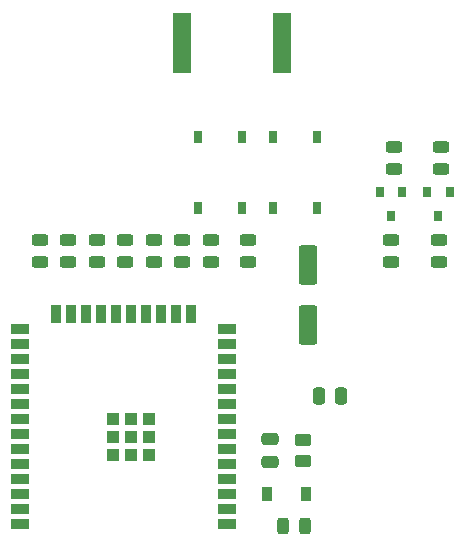
<source format=gtp>
G04 #@! TF.GenerationSoftware,KiCad,Pcbnew,(6.0.1-0)*
G04 #@! TF.CreationDate,2022-02-11T21:02:12+01:00*
G04 #@! TF.ProjectId,ithowifi_4l,6974686f-7769-4666-995f-346c2e6b6963,rev?*
G04 #@! TF.SameCoordinates,Original*
G04 #@! TF.FileFunction,Paste,Top*
G04 #@! TF.FilePolarity,Positive*
%FSLAX46Y46*%
G04 Gerber Fmt 4.6, Leading zero omitted, Abs format (unit mm)*
G04 Created by KiCad (PCBNEW (6.0.1-0)) date 2022-02-11 21:02:12*
%MOMM*%
%LPD*%
G01*
G04 APERTURE LIST*
G04 Aperture macros list*
%AMRoundRect*
0 Rectangle with rounded corners*
0 $1 Rounding radius*
0 $2 $3 $4 $5 $6 $7 $8 $9 X,Y pos of 4 corners*
0 Add a 4 corners polygon primitive as box body*
4,1,4,$2,$3,$4,$5,$6,$7,$8,$9,$2,$3,0*
0 Add four circle primitives for the rounded corners*
1,1,$1+$1,$2,$3*
1,1,$1+$1,$4,$5*
1,1,$1+$1,$6,$7*
1,1,$1+$1,$8,$9*
0 Add four rect primitives between the rounded corners*
20,1,$1+$1,$2,$3,$4,$5,0*
20,1,$1+$1,$4,$5,$6,$7,0*
20,1,$1+$1,$6,$7,$8,$9,0*
20,1,$1+$1,$8,$9,$2,$3,0*%
G04 Aperture macros list end*
%ADD10R,0.800000X0.900000*%
%ADD11RoundRect,0.243750X-0.456250X0.243750X-0.456250X-0.243750X0.456250X-0.243750X0.456250X0.243750X0*%
%ADD12R,1.500000X0.900000*%
%ADD13R,0.900000X1.500000*%
%ADD14R,1.050000X1.050000*%
%ADD15RoundRect,0.243750X0.456250X-0.243750X0.456250X0.243750X-0.456250X0.243750X-0.456250X-0.243750X0*%
%ADD16R,0.750000X1.000000*%
%ADD17RoundRect,0.250000X0.250000X0.475000X-0.250000X0.475000X-0.250000X-0.475000X0.250000X-0.475000X0*%
%ADD18RoundRect,0.250000X0.550000X-1.412500X0.550000X1.412500X-0.550000X1.412500X-0.550000X-1.412500X0*%
%ADD19RoundRect,0.243750X-0.243750X-0.456250X0.243750X-0.456250X0.243750X0.456250X-0.243750X0.456250X0*%
%ADD20RoundRect,0.250000X0.475000X-0.250000X0.475000X0.250000X-0.475000X0.250000X-0.475000X-0.250000X0*%
%ADD21R,0.900000X1.200000*%
%ADD22RoundRect,0.249998X0.450002X-0.262502X0.450002X0.262502X-0.450002X0.262502X-0.450002X-0.262502X0*%
%ADD23R,1.500000X5.080000*%
G04 APERTURE END LIST*
D10*
X119608600Y-120539000D03*
X117708600Y-120539000D03*
X118658600Y-122539000D03*
D11*
X118872000Y-116686900D03*
X118872000Y-118561900D03*
D12*
X104727600Y-148613600D03*
X104727600Y-147343600D03*
X104727600Y-146073600D03*
X104727600Y-144803600D03*
X104727600Y-143533600D03*
X104727600Y-142263600D03*
X104727600Y-140993600D03*
X104727600Y-139723600D03*
X104727600Y-138453600D03*
X104727600Y-137183600D03*
X104727600Y-135913600D03*
X104727600Y-134643600D03*
X104727600Y-133373600D03*
X104727600Y-132103600D03*
D13*
X101697600Y-130853600D03*
X100427600Y-130853600D03*
X99157600Y-130853600D03*
X97887600Y-130853600D03*
X96617600Y-130853600D03*
X95347600Y-130853600D03*
X94077600Y-130853600D03*
X92807600Y-130853600D03*
X91537600Y-130853600D03*
X90267600Y-130853600D03*
D12*
X87227600Y-132103600D03*
X87227600Y-133373600D03*
X87227600Y-134643600D03*
X87227600Y-135913600D03*
X87227600Y-137183600D03*
X87227600Y-138453600D03*
X87227600Y-139723600D03*
X87227600Y-140993600D03*
X87227600Y-142263600D03*
X87227600Y-143533600D03*
X87227600Y-144803600D03*
X87227600Y-146073600D03*
X87227600Y-147343600D03*
X87227600Y-148613600D03*
D14*
X96657600Y-141273600D03*
X95132600Y-141273600D03*
X95132600Y-142798600D03*
X96657600Y-142798600D03*
X96657600Y-139748600D03*
X98182600Y-142798600D03*
X95132600Y-139748600D03*
X98182600Y-141273600D03*
X98182600Y-139748600D03*
D11*
X91313000Y-124563900D03*
X91313000Y-126438900D03*
X106536000Y-124572500D03*
X106536000Y-126447500D03*
X118618000Y-124523500D03*
X118618000Y-126398500D03*
D15*
X88900000Y-126438900D03*
X88900000Y-124563900D03*
D16*
X108665400Y-115872000D03*
X108665400Y-121872000D03*
X112415400Y-121872000D03*
X112415400Y-115872000D03*
D17*
X114432000Y-137768000D03*
X112532000Y-137768000D03*
D10*
X123606600Y-120539000D03*
X121706600Y-120539000D03*
X122656600Y-122539000D03*
D15*
X122859800Y-118561900D03*
X122859800Y-116686900D03*
D11*
X122682000Y-124523500D03*
X122682000Y-126398500D03*
D15*
X96139000Y-126438900D03*
X96139000Y-124563900D03*
X98552000Y-126453000D03*
X98552000Y-124578000D03*
D18*
X111632000Y-131768000D03*
X111632000Y-126693000D03*
D19*
X109499400Y-148751000D03*
X111374400Y-148751000D03*
D20*
X108377500Y-143351000D03*
X108377500Y-141451000D03*
D21*
X111425500Y-146084000D03*
X108125500Y-146084000D03*
D22*
X111171500Y-143290000D03*
X111171500Y-141465000D03*
D15*
X93726000Y-126438900D03*
X93726000Y-124563900D03*
X103378000Y-126453000D03*
X103378000Y-124578000D03*
X100965000Y-126453000D03*
X100965000Y-124578000D03*
D16*
X106015000Y-121872000D03*
X106015000Y-115872000D03*
X102265000Y-115872000D03*
X102265000Y-121872000D03*
D23*
X109431400Y-107848400D03*
X100931400Y-107848400D03*
M02*

</source>
